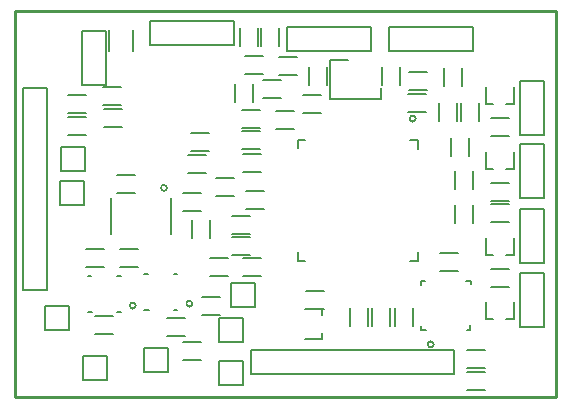
<source format=gto>
G04 Layer_Color=65535*
%FSLAX23Y23*%
%MOIN*%
G70*
G01*
G75*
%ADD29C,0.010*%
%ADD41C,0.006*%
%ADD42C,0.005*%
%ADD43C,0.006*%
D29*
X3698Y7052D02*
X5501D01*
X3698Y5766D02*
Y7052D01*
Y5766D02*
X5501D01*
Y7052D01*
D41*
X5093Y5941D02*
G03*
X5093Y5941I-10J0D01*
G01*
X4100Y6070D02*
G03*
X4100Y6070I-10J0D01*
G01*
X4289Y6076D02*
G03*
X4289Y6076I-10J0D01*
G01*
X4204Y6462D02*
G03*
X4204Y6462I-10J0D01*
G01*
X5186Y6802D02*
Y6862D01*
X5126Y6802D02*
Y6862D01*
X4579Y6898D02*
X4639D01*
X4579Y6838D02*
X4639D01*
X4203Y5969D02*
X4263D01*
X4203Y6029D02*
X4263D01*
X4049Y6200D02*
X4109D01*
X4049Y6260D02*
X4109D01*
X5204Y5788D02*
X5264D01*
X5204Y5848D02*
X5264D01*
X4283Y6644D02*
X4343D01*
X4283Y6584D02*
X4343D01*
X4464Y6842D02*
X4524D01*
X4464Y6902D02*
X4524D01*
X3991Y6798D02*
X4051D01*
X3991Y6738D02*
X4051D01*
X5025Y6001D02*
Y6061D01*
X4965Y6001D02*
Y6061D01*
X5205Y5922D02*
X5265D01*
X5205Y5862D02*
X5265D01*
X5113Y6184D02*
X5173D01*
X5113Y6244D02*
X5173D01*
X3935Y6259D02*
X3995D01*
X3935Y6199D02*
X3995D01*
X3965Y6035D02*
X4025D01*
X3965Y5975D02*
X4025D01*
X4036Y6506D02*
X4096D01*
X4036Y6446D02*
X4096D01*
X4275Y6571D02*
X4335D01*
X4275Y6511D02*
X4335D01*
X4814Y6002D02*
Y6062D01*
X4874Y6002D02*
Y6062D01*
X4982Y6804D02*
Y6864D01*
X4922Y6804D02*
Y6864D01*
X4679Y6804D02*
Y6864D01*
X4739Y6804D02*
Y6864D01*
X4422Y6309D02*
X4482D01*
X4422Y6369D02*
X4482D01*
X4432Y6750D02*
Y6810D01*
X4492Y6750D02*
Y6810D01*
X4523Y6823D02*
X4583D01*
X4523Y6763D02*
X4583D01*
X5011Y6789D02*
X5071D01*
X5011Y6849D02*
X5071D01*
X4946Y6002D02*
Y6062D01*
X4886Y6002D02*
Y6062D01*
X5171Y6684D02*
Y6744D01*
X5111Y6684D02*
Y6744D01*
X4657Y6712D02*
X4717D01*
X4657Y6772D02*
X4717D01*
X4422Y6300D02*
X4482D01*
X4422Y6240D02*
X4482D01*
X4457Y6514D02*
X4517D01*
X4457Y6574D02*
X4517D01*
X5006Y6715D02*
X5066D01*
X5006Y6775D02*
X5066D01*
X4568Y6660D02*
X4628D01*
X4568Y6720D02*
X4628D01*
X4454Y6653D02*
X4514D01*
X4454Y6593D02*
X4514D01*
X5183Y6684D02*
Y6744D01*
X5243Y6684D02*
Y6744D01*
X5163Y6345D02*
Y6405D01*
X5223Y6345D02*
Y6405D01*
X4346Y6168D02*
X4406D01*
X4346Y6228D02*
X4406D01*
X3874Y6640D02*
X3934D01*
X3874Y6700D02*
X3934D01*
X4818Y6759D02*
X4918D01*
Y6794D01*
X4748Y6889D02*
X4808D01*
X4748Y6759D02*
Y6889D01*
Y6759D02*
X4818D01*
X5052Y5990D02*
Y6001D01*
X5216Y6142D02*
Y6153D01*
X5204Y5990D02*
X5215D01*
X5052Y6152D02*
X5064D01*
X4038Y6170D02*
X4050D01*
X3940Y6050D02*
X3953D01*
X4038D02*
X4050D01*
X3940Y6170D02*
X3951D01*
X4227Y6176D02*
X4239D01*
X4129Y6056D02*
X4143D01*
X4227D02*
X4239D01*
X4129Y6176D02*
X4141D01*
X3723Y6796D02*
X3803D01*
Y6121D02*
Y6796D01*
X3723Y6121D02*
Y6796D01*
Y6121D02*
X3803D01*
X4148Y6939D02*
Y7019D01*
X4428D01*
X4148Y6939D02*
X4428D01*
Y7019D01*
X3796Y5987D02*
Y6067D01*
X3876D01*
X3796Y5987D02*
X3876D01*
Y6067D01*
X3925Y5823D02*
Y5903D01*
X4005D01*
X3925Y5823D02*
X4005D01*
Y5903D01*
X4019Y6307D02*
Y6429D01*
X4219Y6307D02*
Y6429D01*
X4485Y5841D02*
Y5921D01*
X5160D01*
X4485Y5841D02*
X5160D01*
Y5921D01*
X4378Y5805D02*
Y5885D01*
X4458D01*
X4378Y5805D02*
X4458D01*
Y5885D01*
X4128Y5847D02*
Y5927D01*
X4208D01*
X4128Y5847D02*
X4208D01*
Y5927D01*
X4640Y6595D02*
Y6621D01*
X4454Y6662D02*
X4514D01*
X4454Y6722D02*
X4514D01*
X3922Y6806D02*
X4002D01*
X3922D02*
Y6986D01*
X4002Y6806D02*
Y6986D01*
X3922D02*
X4002D01*
X5335Y6743D02*
X5361D01*
Y6800D01*
X5267Y6743D02*
Y6800D01*
Y6743D02*
X5291D01*
X5335Y6238D02*
X5361D01*
Y6295D01*
X5267Y6238D02*
Y6295D01*
Y6238D02*
X5291D01*
X3993Y6725D02*
X4053D01*
X3993Y6665D02*
X4053D01*
X5284Y6347D02*
X5344D01*
X5284Y6407D02*
X5344D01*
X5284Y6418D02*
X5344D01*
X5284Y6478D02*
X5344D01*
X5284Y6133D02*
X5344D01*
X5284Y6193D02*
X5344D01*
X5335Y6526D02*
X5361D01*
Y6583D01*
X5267Y6526D02*
Y6583D01*
Y6526D02*
X5291D01*
X5335Y6026D02*
X5361D01*
Y6083D01*
X5267Y6026D02*
Y6083D01*
Y6026D02*
X5291D01*
X5380Y6638D02*
X5460D01*
X5380D02*
Y6818D01*
X5460Y6638D02*
Y6818D01*
X5380D02*
X5460D01*
X5380Y6211D02*
X5460D01*
X5380Y6391D02*
X5460D01*
X5380Y6211D02*
Y6391D01*
X5460Y6211D02*
Y6391D01*
X5380Y6607D02*
X5460D01*
Y6427D02*
Y6607D01*
X5380Y6427D02*
Y6607D01*
Y6427D02*
X5460D01*
X5380Y6000D02*
X5460D01*
X5380D02*
Y6180D01*
X5460Y6000D02*
Y6180D01*
X5380D02*
X5460D01*
X5284Y6634D02*
X5344D01*
X5284Y6694D02*
X5344D01*
X4518Y6935D02*
Y6995D01*
X4578Y6935D02*
Y6995D01*
X4507Y6934D02*
Y6994D01*
X4447Y6934D02*
Y6994D01*
X4499Y6066D02*
Y6146D01*
X4419Y6066D02*
X4499D01*
X4419Y6146D02*
X4499D01*
X4419Y6066D02*
Y6146D01*
X4459Y5950D02*
Y6030D01*
X4379Y5950D02*
X4459D01*
X4379Y6030D02*
X4459D01*
X4379Y5950D02*
Y6030D01*
X4321Y6099D02*
X4381D01*
X4321Y6039D02*
X4381D01*
X4258Y5949D02*
X4318D01*
X4258Y5889D02*
X4318D01*
X3929Y6404D02*
Y6484D01*
X3849Y6404D02*
X3929D01*
X3849Y6484D02*
X3929D01*
X3849Y6404D02*
Y6484D01*
X3931Y6518D02*
Y6598D01*
X3851Y6518D02*
X3931D01*
X3851Y6598D02*
X3931D01*
X3851Y6518D02*
Y6598D01*
X4349Y6296D02*
Y6356D01*
X4289Y6296D02*
Y6356D01*
X4256Y6444D02*
X4316D01*
X4256Y6384D02*
X4316D01*
X4457Y6168D02*
X4517D01*
X4457Y6228D02*
X4517D01*
X3875Y6713D02*
X3935D01*
X3875Y6773D02*
X3935D01*
X5152Y6567D02*
Y6627D01*
X5212Y6567D02*
Y6627D01*
X5224Y6457D02*
Y6517D01*
X5164Y6457D02*
Y6517D01*
X4092Y6919D02*
Y6989D01*
X4012Y6919D02*
Y6989D01*
X4468Y6391D02*
X4528D01*
X4468Y6451D02*
X4528D01*
X4884Y6918D02*
Y6998D01*
X4604Y6918D02*
X4884D01*
X4604Y6998D02*
X4884D01*
X4604Y6918D02*
Y6998D01*
X4368Y6435D02*
X4428D01*
X4368Y6495D02*
X4428D01*
X4943Y6918D02*
Y6998D01*
X5223D01*
X4943Y6918D02*
X5223D01*
Y6998D01*
X4666Y6058D02*
X4726D01*
X4666Y6118D02*
X4726D01*
X4663Y6057D02*
X4720D01*
Y6039D02*
Y6057D01*
X4665Y5959D02*
X4720D01*
Y5979D01*
D42*
X5033Y6693D02*
G03*
X5033Y6693I-10J0D01*
G01*
D43*
X5052Y5990D02*
X5066D01*
X5202Y6153D02*
X5216D01*
X5215Y5990D02*
Y6004D01*
X5052Y6138D02*
Y6152D01*
X5014Y6621D02*
X5042D01*
Y6593D02*
Y6621D01*
X4640D02*
X4664D01*
X4640Y6219D02*
X4665D01*
X4640D02*
Y6247D01*
X5013Y6219D02*
X5042D01*
Y6249D01*
M02*

</source>
